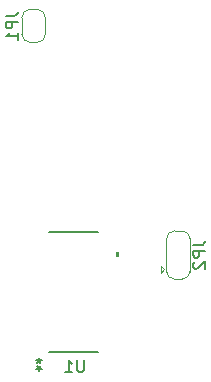
<source format=gbr>
%TF.GenerationSoftware,KiCad,Pcbnew,9.0.6*%
%TF.CreationDate,2025-12-25T20:25:13+01:00*%
%TF.ProjectId,pico-radio-9,7069636f-2d72-4616-9469-6f2d392e6b69,rev?*%
%TF.SameCoordinates,Original*%
%TF.FileFunction,Legend,Bot*%
%TF.FilePolarity,Positive*%
%FSLAX46Y46*%
G04 Gerber Fmt 4.6, Leading zero omitted, Abs format (unit mm)*
G04 Created by KiCad (PCBNEW 9.0.6) date 2025-12-25 20:25:13*
%MOMM*%
%LPD*%
G01*
G04 APERTURE LIST*
%ADD10C,0.150000*%
%ADD11C,0.120000*%
%ADD12C,0.152400*%
%ADD13C,0.000000*%
G04 APERTURE END LIST*
D10*
X86479819Y-53241666D02*
X87194104Y-53241666D01*
X87194104Y-53241666D02*
X87336961Y-53194047D01*
X87336961Y-53194047D02*
X87432200Y-53098809D01*
X87432200Y-53098809D02*
X87479819Y-52955952D01*
X87479819Y-52955952D02*
X87479819Y-52860714D01*
X87479819Y-53717857D02*
X86479819Y-53717857D01*
X86479819Y-53717857D02*
X86479819Y-54098809D01*
X86479819Y-54098809D02*
X86527438Y-54194047D01*
X86527438Y-54194047D02*
X86575057Y-54241666D01*
X86575057Y-54241666D02*
X86670295Y-54289285D01*
X86670295Y-54289285D02*
X86813152Y-54289285D01*
X86813152Y-54289285D02*
X86908390Y-54241666D01*
X86908390Y-54241666D02*
X86956009Y-54194047D01*
X86956009Y-54194047D02*
X87003628Y-54098809D01*
X87003628Y-54098809D02*
X87003628Y-53717857D01*
X86575057Y-54670238D02*
X86527438Y-54717857D01*
X86527438Y-54717857D02*
X86479819Y-54813095D01*
X86479819Y-54813095D02*
X86479819Y-55051190D01*
X86479819Y-55051190D02*
X86527438Y-55146428D01*
X86527438Y-55146428D02*
X86575057Y-55194047D01*
X86575057Y-55194047D02*
X86670295Y-55241666D01*
X86670295Y-55241666D02*
X86765533Y-55241666D01*
X86765533Y-55241666D02*
X86908390Y-55194047D01*
X86908390Y-55194047D02*
X87479819Y-54622619D01*
X87479819Y-54622619D02*
X87479819Y-55241666D01*
X70629819Y-33841666D02*
X71344104Y-33841666D01*
X71344104Y-33841666D02*
X71486961Y-33794047D01*
X71486961Y-33794047D02*
X71582200Y-33698809D01*
X71582200Y-33698809D02*
X71629819Y-33555952D01*
X71629819Y-33555952D02*
X71629819Y-33460714D01*
X71629819Y-34317857D02*
X70629819Y-34317857D01*
X70629819Y-34317857D02*
X70629819Y-34698809D01*
X70629819Y-34698809D02*
X70677438Y-34794047D01*
X70677438Y-34794047D02*
X70725057Y-34841666D01*
X70725057Y-34841666D02*
X70820295Y-34889285D01*
X70820295Y-34889285D02*
X70963152Y-34889285D01*
X70963152Y-34889285D02*
X71058390Y-34841666D01*
X71058390Y-34841666D02*
X71106009Y-34794047D01*
X71106009Y-34794047D02*
X71153628Y-34698809D01*
X71153628Y-34698809D02*
X71153628Y-34317857D01*
X71629819Y-35841666D02*
X71629819Y-35270238D01*
X71629819Y-35555952D02*
X70629819Y-35555952D01*
X70629819Y-35555952D02*
X70772676Y-35460714D01*
X70772676Y-35460714D02*
X70867914Y-35365476D01*
X70867914Y-35365476D02*
X70915533Y-35270238D01*
X77236904Y-62979819D02*
X77236904Y-63789342D01*
X77236904Y-63789342D02*
X77189285Y-63884580D01*
X77189285Y-63884580D02*
X77141666Y-63932200D01*
X77141666Y-63932200D02*
X77046428Y-63979819D01*
X77046428Y-63979819D02*
X76855952Y-63979819D01*
X76855952Y-63979819D02*
X76760714Y-63932200D01*
X76760714Y-63932200D02*
X76713095Y-63884580D01*
X76713095Y-63884580D02*
X76665476Y-63789342D01*
X76665476Y-63789342D02*
X76665476Y-62979819D01*
X75665476Y-63979819D02*
X76236904Y-63979819D01*
X75951190Y-63979819D02*
X75951190Y-62979819D01*
X75951190Y-62979819D02*
X76046428Y-63122676D01*
X76046428Y-63122676D02*
X76141666Y-63217914D01*
X76141666Y-63217914D02*
X76236904Y-63265533D01*
X73412400Y-63891980D02*
X73412400Y-63653885D01*
X73174305Y-63749123D02*
X73412400Y-63653885D01*
X73412400Y-63653885D02*
X73650495Y-63749123D01*
X73269543Y-63463409D02*
X73412400Y-63653885D01*
X73412400Y-63653885D02*
X73555257Y-63463409D01*
X73412399Y-62801619D02*
X73412399Y-63039714D01*
X73650494Y-62944476D02*
X73412399Y-63039714D01*
X73412399Y-63039714D02*
X73174304Y-62944476D01*
X73555256Y-63230190D02*
X73412399Y-63039714D01*
X73412399Y-63039714D02*
X73269542Y-63230190D01*
D11*
%TO.C,JP2*%
X83725000Y-55575000D02*
X83725000Y-54975000D01*
X84025000Y-55275000D02*
X83725000Y-54975000D01*
X84025000Y-55275000D02*
X83725000Y-55575000D01*
X84225000Y-52675000D02*
X84225000Y-55475000D01*
X84925000Y-56125000D02*
X85525000Y-56125000D01*
X85525000Y-52025000D02*
X84925000Y-52025000D01*
X86225000Y-55475000D02*
X86225000Y-52675000D01*
X84225000Y-52725000D02*
G75*
G02*
X84925000Y-52025000I700000J0D01*
G01*
X84925000Y-56125000D02*
G75*
G02*
X84225000Y-55425000I-1J699999D01*
G01*
X85525000Y-52025000D02*
G75*
G02*
X86225000Y-52725000I0J-700000D01*
G01*
X86225000Y-55425000D02*
G75*
G02*
X85525000Y-56125000I-699999J-1D01*
G01*
%TO.C,JP1*%
X71975000Y-33975000D02*
X71975000Y-35375000D01*
X72675000Y-36075000D02*
X73275000Y-36075000D01*
X73275000Y-33275000D02*
X72675000Y-33275000D01*
X73975000Y-35375000D02*
X73975000Y-33975000D01*
X71975000Y-33975000D02*
G75*
G02*
X72675000Y-33275000I699999J1D01*
G01*
X72675000Y-36075000D02*
G75*
G02*
X71975000Y-35375000I0J700000D01*
G01*
X73275000Y-33275000D02*
G75*
G02*
X73975000Y-33975000I1J-699999D01*
G01*
X73975000Y-35375000D02*
G75*
G02*
X73275000Y-36075000I-700000J0D01*
G01*
D12*
%TO.C,U1*%
X74237900Y-52120000D02*
X78403500Y-52120000D01*
X78403500Y-62280000D02*
X74237900Y-62280000D01*
D13*
G36*
X80181500Y-54215500D02*
G01*
X79927500Y-54215500D01*
X79927500Y-53834500D01*
X80181500Y-53834500D01*
X80181500Y-54215500D01*
G37*
%TD*%
M02*

</source>
